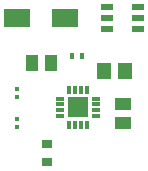
<source format=gbr>
%TF.GenerationSoftware,KiCad,Pcbnew,(6.0.11)*%
%TF.CreationDate,2023-02-13T21:24:02+05:30*%
%TF.ProjectId,charg,63686172-672e-46b6-9963-61645f706362,rev?*%
%TF.SameCoordinates,Original*%
%TF.FileFunction,Paste,Top*%
%TF.FilePolarity,Positive*%
%FSLAX46Y46*%
G04 Gerber Fmt 4.6, Leading zero omitted, Abs format (unit mm)*
G04 Created by KiCad (PCBNEW (6.0.11)) date 2023-02-13 21:24:02*
%MOMM*%
%LPD*%
G01*
G04 APERTURE LIST*
%ADD10R,0.812800X0.762000*%
%ADD11R,2.200000X1.550000*%
%ADD12R,0.400000X0.500000*%
%ADD13R,1.020000X1.470000*%
%ADD14R,1.155700X1.397000*%
%ADD15R,1.100000X0.550000*%
%ADD16R,0.420000X0.460000*%
%ADD17R,1.470000X1.020000*%
%ADD18R,0.800000X0.300000*%
%ADD19R,0.300000X0.800000*%
%ADD20R,1.760000X1.760000*%
G04 APERTURE END LIST*
D10*
%TO.C,R2*%
X146050000Y-65544700D03*
X146050000Y-63995300D03*
%TD*%
D11*
%TO.C,D2*%
X147560000Y-53340000D03*
X143460000Y-53340000D03*
%TD*%
D12*
%TO.C,C4*%
X148190000Y-56515000D03*
X148990000Y-56515000D03*
%TD*%
D13*
%TO.C,C3*%
X146400000Y-57150000D03*
X144780000Y-57150000D03*
%TD*%
D14*
%TO.C,L1*%
X150882350Y-57785000D03*
X152647650Y-57785000D03*
%TD*%
D15*
%TO.C,IC1*%
X151130000Y-52390000D03*
X151130000Y-53340000D03*
X151130000Y-54290000D03*
X153730000Y-54290000D03*
X153730000Y-53340000D03*
X153730000Y-52390000D03*
%TD*%
D16*
%TO.C,C2*%
X143510000Y-61900000D03*
X143510000Y-62560000D03*
%TD*%
D17*
%TO.C,C5*%
X152488900Y-60610000D03*
X152488900Y-62230000D03*
%TD*%
D18*
%TO.C,IC2*%
X147150000Y-60140000D03*
X147150000Y-60640000D03*
X147150000Y-61140000D03*
X147150000Y-61640000D03*
D19*
X147900000Y-62390000D03*
X148400000Y-62390000D03*
X148900000Y-62390000D03*
X149400000Y-62390000D03*
D18*
X150150000Y-61640000D03*
X150150000Y-61140000D03*
X150150000Y-60640000D03*
X150150000Y-60140000D03*
D19*
X149400000Y-59390000D03*
X148900000Y-59390000D03*
X148400000Y-59390000D03*
X147900000Y-59390000D03*
D20*
X148650000Y-60890000D03*
%TD*%
D16*
%TO.C,C1*%
X143510000Y-60020000D03*
X143510000Y-59360000D03*
%TD*%
M02*

</source>
